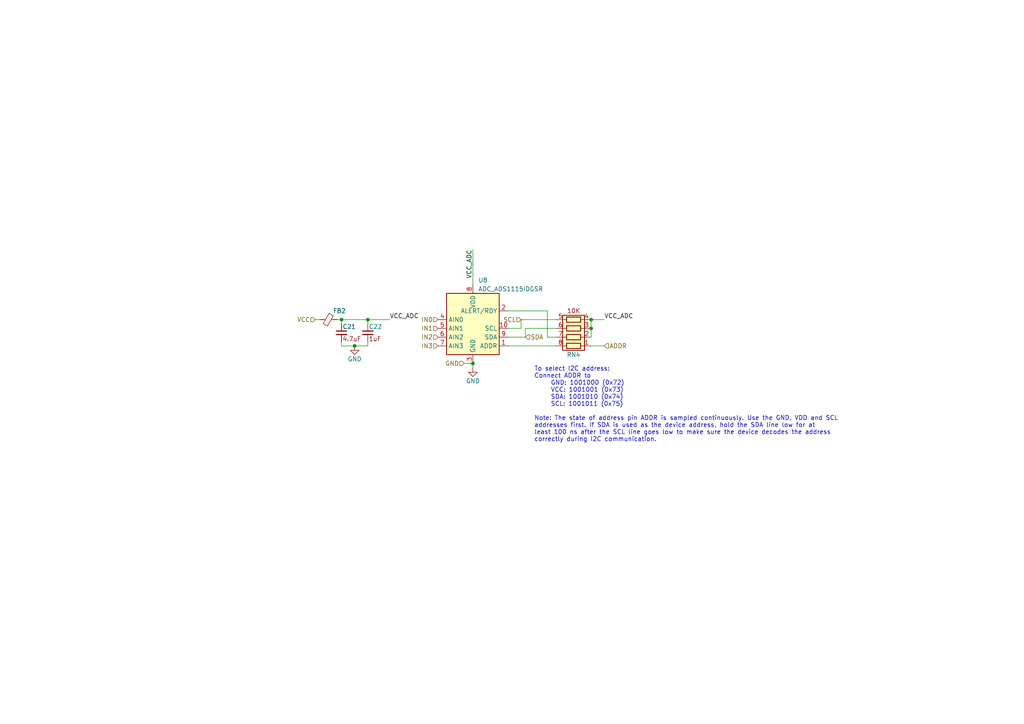
<source format=kicad_sch>
(kicad_sch (version 20211123) (generator eeschema)
  (paper "A4")
  (title_block (title "I2C ADC") (date "2022-01-26") (rev "1.0") (company "Columbia ICSL"))
  (lib_symbols
    (symbol "jlcsmt-ic:ADC_ADS1115IDGSR"
      (property "Reference" "U" (at 1.524 13.97 0))
      (property "Value" "ADC_ADS1115IDGSR" (at 1.524 11.43 0))
      (symbol "ADC_ADS1115IDGSR_0_1"
        (rectangle (start -7.62 10.16) (end 7.62 -7.62) (stroke (width 0.254)) (fill (type background)))
      )
      (symbol "ADC_ADS1115IDGSR_1_1"
        (pin input line (at 10.16 -5.08 180) (length 2.54) (name "ADDR") (number "1"))
        (pin input line (at 10.16 0 180) (length 2.54) (name "SCL") (number "10"))
        (pin output line (at 10.16 5.08 180) (length 2.54) (name "ALERT/RDY") (number "2"))
        (pin power_in line (at 0 -10.16 90) (length 2.54) (name "GND") (number "3"))
        (pin input line (at -10.16 2.54 0) (length 2.54) (name "AIN0") (number "4"))
        (pin input line (at -10.16 0 0) (length 2.54) (name "AIN1") (number "5"))
        (pin input line (at -10.16 -2.54 0) (length 2.54) (name "AIN2") (number "6"))
        (pin input line (at -10.16 -5.08 0) (length 2.54) (name "AIN3") (number "7"))
        (pin power_in line (at 0 12.7 270) (length 2.54) (name "VDD") (number "8"))
        (pin bidirectional line (at 10.16 -2.54 180) (length 2.54) (name "SDA") (number "9"))
      )
    )
    (symbol "jlcsmt-rcl:B_0805_600R" (pin_numbers hide) (pin_names (offset 0))
      (property "Reference" "FB" (at 1.905 1.27 0))
      (symbol "B_0805_600R_0_1"
        (polyline (pts (xy 0 -1.27) (xy 0 -0.7874)))
        (polyline (pts (xy 0 0.889) (xy 0 1.2954)))
        (polyline (pts (xy -1.8288 0.2794) (xy -1.1176 1.4986) (xy 1.8288 -0.2032) (xy 1.1176 -1.4224) (xy -1.8288 0.2794)))
      )
      (symbol "B_0805_600R_1_1"
        (pin passive line (at 0 2.54 270) (length 1.27) (name "~") (number "1"))
        (pin passive line (at 0 -2.54 90) (length 1.27) (name "~") (number "2"))
      )
    )
    (symbol "jlcsmt-rcl:C_0402_1uF_25V" (pin_numbers hide) (pin_names (offset 0.254) hide)
      (property "Reference" "C" (at 0.254 1.778 0))
      (symbol "C_0402_1uF_25V_0_0"
        (text "1uF" (at 0.254 -1.778 0) (effects (font (size 1.27 1.27)) (justify left)))
      )
      (symbol "C_0402_1uF_25V_0_1"
        (polyline (pts (xy -1.524 -0.508) (xy 1.524 -0.508)) (stroke (width 0.3302)))
        (polyline (pts (xy -1.524 0.508) (xy 1.524 0.508)) (stroke (width 0.3048)))
      )
      (symbol "C_0402_1uF_25V_1_1"
        (pin passive line (at 0 2.54 270) (length 2.032) (name "~") (number "1"))
        (pin passive line (at 0 -2.54 90) (length 2.032) (name "~") (number "2"))
      )
    )
    (symbol "jlcsmt-rcl:C_0603_4.7uF_16V" (pin_numbers hide) (pin_names (offset 0.254) hide)
      (property "Reference" "C" (at 0.254 1.778 0))
      (symbol "C_0603_4.7uF_16V_0_0"
        (text "4.7uF" (at 0.254 -1.778 0) (effects (font (size 1.27 1.27)) (justify left)))
      )
      (symbol "C_0603_4.7uF_16V_0_1"
        (polyline (pts (xy -1.524 -0.508) (xy 1.524 -0.508)) (stroke (width 0.3302)))
        (polyline (pts (xy -1.524 0.508) (xy 1.524 0.508)) (stroke (width 0.3048)))
      )
      (symbol "C_0603_4.7uF_16V_1_1"
        (pin passive line (at 0 2.54 270) (length 2.032) (name "~") (number "1"))
        (pin passive line (at 0 -2.54 90) (length 2.032) (name "~") (number "2"))
      )
    )
    (symbol "jlcsmt-rcl:RN_0402x4_10K" (pin_names (offset 0) hide)
      (property "Reference" "RN" (at -7.62 0 90))
      (symbol "RN_0402x4_10K_0_0"
        (text "10K" (at 5.08 0 900) (effects (font (size 1.27 1.27))))
        (pin passive line (at 0 -5.08 90) (length 2.54) (name "R3_B") (number "6"))
        (pin passive line (at -2.54 -5.08 90) (length 2.54) (name "R2_B") (number "7"))
        (pin passive line (at -5.08 -5.08 90) (length 2.54) (name "R1_B") (number "8"))
      )
      (symbol "RN_0402x4_10K_0_1"
        (rectangle (start -6.35 -3.175) (end 3.81 3.175) (stroke (width 0.254)) (fill (type background)))
        (rectangle (start -5.842 2.032) (end -4.318 -2.032) (stroke (width 0.254)))
        (rectangle (start -3.302 2.032) (end -1.778 -2.032) (stroke (width 0.254)))
        (rectangle (start -0.762 2.032) (end 0.762 -2.032) (stroke (width 0.254)))
        (polyline (pts (xy -5.08 -2.032) (xy -5.08 -2.54)))
        (polyline (pts (xy -5.08 2.54) (xy -5.08 2.032)))
        (polyline (pts (xy -2.54 -2.032) (xy -2.54 -2.54)))
        (polyline (pts (xy -2.54 2.54) (xy -2.54 2.032)))
        (polyline (pts (xy 0 -2.032) (xy 0 -2.54)))
        (polyline (pts (xy 0 2.54) (xy 0 2.032)))
        (polyline (pts (xy 2.54 -2.032) (xy 2.54 -2.54)))
        (polyline (pts (xy 2.54 2.54) (xy 2.54 2.032)))
        (rectangle (start 1.778 2.032) (end 3.302 -2.032) (stroke (width 0.254)))
      )
      (symbol "RN_0402x4_10K_1_1"
        (pin passive line (at -5.08 5.08 270) (length 2.54) (name "R1_T") (number "1"))
        (pin passive line (at -2.54 5.08 270) (length 2.54) (name "R2_T") (number "2"))
        (pin passive line (at 0 5.08 270) (length 2.54) (name "R3_T") (number "3"))
        (pin passive line (at 2.54 5.08 270) (length 2.54) (name "R4_T") (number "4"))
        (pin passive line (at 2.54 -5.08 90) (length 2.54) (name "R4_B") (number "5"))
      )
    )
    (symbol "multiposition-cache:GND" (power) (pin_names (offset 0))
      (property "Value" "GND" (at 0 -3.81 0))
      (symbol "GND_0_1"
        (polyline (pts (xy 0 0) (xy 0 -1.27) (xy 1.27 -1.27) (xy 0 -2.54) (xy -1.27 -1.27) (xy 0 -1.27)))
      )
      (symbol "GND_1_1"
        (pin power_in line (at 0 0 270) (length 0) hide (name "GND") (number "1"))
      )
    )
  )
  (junction (at 106.68 92.71))
  (junction (at 102.87 100.33))
  (junction (at 171.45 92.71))
  (junction (at 99.06 92.71))
  (junction (at 171.45 95.25))
  (junction (at 137.16 105.41))
  (wire (pts (xy 171.45 100.33) (xy 175.26 100.33)))
  (wire (pts (xy 147.32 100.33) (xy 161.29 100.33)))
  (wire (pts (xy 152.4 95.25) (xy 161.29 95.25)))
  (wire (pts (xy 106.68 99.06) (xy 106.68 100.33)))
  (wire (pts (xy 171.45 92.71) (xy 171.45 95.25)))
  (wire (pts (xy 151.13 92.71) (xy 161.29 92.71)))
  (wire (pts (xy 171.45 95.25) (xy 171.45 97.79)))
  (wire (pts (xy 106.68 92.71) (xy 106.68 93.98)))
  (wire (pts (xy 147.32 95.25) (xy 151.13 95.25)))
  (wire (pts (xy 158.75 90.17) (xy 158.75 97.79)))
  (wire (pts (xy 175.26 92.71) (xy 171.45 92.71)))
  (wire (pts (xy 147.32 97.79) (xy 152.4 97.79)))
  (wire (pts (xy 99.06 100.33) (xy 102.87 100.33)))
  (wire (pts (xy 151.13 95.25) (xy 151.13 92.71)))
  (wire (pts (xy 102.87 100.33) (xy 106.68 100.33)))
  (wire (pts (xy 91.44 92.71) (xy 92.71 92.71)))
  (wire (pts (xy 99.06 92.71) (xy 106.68 92.71)))
  (wire (pts (xy 152.4 97.79) (xy 152.4 95.25)))
  (wire (pts (xy 137.16 105.41) (xy 137.16 106.68)))
  (wire (pts (xy 97.79 92.71) (xy 99.06 92.71)))
  (wire (pts (xy 158.75 97.79) (xy 161.29 97.79)))
  (wire (pts (xy 106.68 92.71) (xy 113.03 92.71)))
  (wire (pts (xy 134.62 105.41) (xy 137.16 105.41)))
  (wire (pts (xy 99.06 99.06) (xy 99.06 100.33)))
  (wire (pts (xy 99.06 93.98) (xy 99.06 92.71)))
  (wire (pts (xy 147.32 90.17) (xy 158.75 90.17)))
  (wire (pts (xy 137.16 72.39) (xy 137.16 82.55)))
  (text "To select I2C address:\nConnect ADDR to\n	GND: 1001000 (0x72)\n	VCC: 1001001 (0x73)\n	SDA: 1001010 (0x74)\n	SCL: 1001011 (0x75)\n\nNote: The state of address pin ADDR is sampled continuously. Use the GND, VDD and SCL\naddresses first. If SDA is used as the device address, hold the SDA line low for at\nleast 100 ns after the SCL line goes low to make sure the device decodes the address\ncorrectly during I2C communication." (at 154.94 128.27 0) (effects (font (size 1.27 1.27)) (justify left bottom)))
  (label "VCC_ADC" (at 175.26 92.71 0))
  (label "VCC_ADC" (at 137.16 72.39 270))
  (label "VCC_ADC" (at 113.03 92.71 0))
  (hierarchical_label "ADDR" (shape input) (at 175.26 100.33 0))
  (hierarchical_label "SCL" (shape input) (at 151.13 92.71 180))
  (hierarchical_label "VCC" (shape input) (at 91.44 92.71 180))
  (hierarchical_label "IN3" (shape input) (at 127 100.33 180))
  (hierarchical_label "SDA" (shape input) (at 152.4 97.79 0))
  (hierarchical_label "IN2" (shape input) (at 127 97.79 180))
  (hierarchical_label "IN1" (shape input) (at 127 95.25 180))
  (hierarchical_label "IN0" (shape input) (at 127 92.71 180))
  (hierarchical_label "GND" (shape input) (at 134.62 105.41 180))
  (symbol (lib_id "jlcsmt-rcl:RN_0402x4_10K") (at 166.37 95.25 270) (mirror x)
    (property "Reference" "RN4" (at 166.37 102.87 90))
    (property "Value" "RN_0402x4_10K" (effects hide))
    (property "Footprint" "jlcsmt:R_Array_Convex_4x0402" (effects hide))
    (property "Datasheet" "https://datasheet.lcsc.com/lcsc/1810170420_UNI-ROYAL-Uniroyal-Elec-4D02WGJ0103TCE_C25725.pdf" (effects hide))
    (property "LCSC" "C25725" (effects hide))
    (property "MFR" "UNI-ROYAL(Uniroyal Elec)" (effects hide))
    (property "MFR Part#" "4D02WGJ0103TCE" (effects hide))
  )
  (symbol (lib_id "jlcsmt-rcl:C_0603_4.7uF_16V") (at 99.06 96.52 0)
    (property "Reference" "C21" (at 99.314 94.742 0) (effects (justify left)))
    (property "Value" "C_0603_4.7uF_16V" (effects hide))
    (property "Footprint" "Capacitor_SMD:C_0603_1608Metric" (effects hide))
    (property "Datasheet" "https://datasheet.lcsc.com/lcsc/1810261514_Samsung-Electro-Mechanics-CL10A475KO8NNNC_C19666.pdf" (effects hide))
    (property "MFR" "Samsung Electro-Mechanics" (effects hide))
    (property "MFR Part#" "CL10A475KO8NNNC" (effects hide))
    (property "LCSC" "C19666" (effects hide))
  )
  (symbol (lib_id "multiposition-cache:GND") (at 102.87 100.33 0)
    (property "Reference" "#PWR0156" (effects hide))
    (property "Value" "GND" (at 102.87 104.14 0))
  )
  (symbol (lib_id "jlcsmt-rcl:C_0402_1uF_25V") (at 106.68 96.52 0)
    (property "Reference" "C22" (at 106.934 94.742 0) (effects (justify left)))
    (property "Value" "C_0402_1uF_25V" (effects hide))
    (property "Footprint" "Capacitor_SMD:C_0402_1005Metric" (effects hide))
    (property "Datasheet" "https://datasheet.lcsc.com/lcsc/1811091611_Samsung-Electro-Mechanics-CL05A105KA5NQNC_C52923.pdf" (effects hide))
    (property "MFR" "Samsung Electro-Mechanics" (effects hide))
    (property "MFR Part#" "CL05A105KA5NQNC" (effects hide))
    (property "LCSC" "C52923" (effects hide))
  )
  (symbol (lib_id "multiposition-cache:GND") (at 137.16 106.68 0)
    (property "Reference" "#PWR0158" (effects hide))
    (property "Value" "GND" (at 137.16 110.49 0))
  )
  (symbol (lib_id "jlcsmt-ic:ADC_ADS1115IDGSR") (at 137.16 95.25 0)
    (property "Reference" "U8" (at 138.684 81.28 0) (effects (justify left)))
    (property "Value" "ADC_ADS1115IDGSR" (at 138.684 83.82 0) (effects (justify left)))
    (property "Footprint" "jlcsmt:TSSOP-10_3x3mm_P0.5mm" (effects hide))
    (property "Datasheet" "https://datasheet.lcsc.com/lcsc/1809192322_Texas-Instruments-ADS1115IDGSR_C37593.pdf" (effects hide))
    (property "MFR" "Texas Instruments" (effects hide))
    (property "MFR Part#" "ADS1115IDGSR" (effects hide))
    (property "LCSC" "C37593" (effects hide))
  )
  (symbol (lib_id "jlcsmt-rcl:B_0805_600R") (at 95.25 92.71 90)
    (property "Reference" "FB2" (at 100.33 90.17 90) (effects (justify left)))
    (property "Value" "B_0805_600R" (effects hide))
    (property "Footprint" "Inductor_SMD:L_0805_2012Metric" (effects hide))
    (property "Datasheet" "https://datasheet.lcsc.com/lcsc/2109181830_Sunlord-GZ2012D601TF_C1017.pdf" (effects hide))
    (property "MFR" "Sunlord" (effects hide))
    (property "MFR Part#" "GZ2012D601TF" (effects hide))
    (property "LCSC" "C1017" (effects hide))
  )
)
</source>
